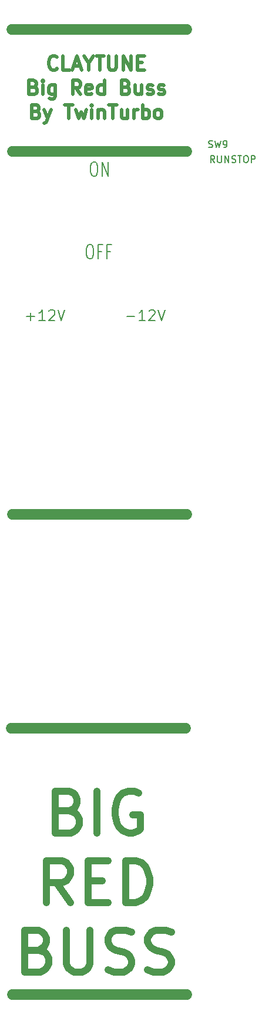
<source format=gbr>
G04 #@! TF.GenerationSoftware,KiCad,Pcbnew,(5.1.7)-1*
G04 #@! TF.CreationDate,2020-12-29T17:03:43+00:00*
G04 #@! TF.ProjectId,Panel,50616e65-6c2e-46b6-9963-61645f706362,rev?*
G04 #@! TF.SameCoordinates,Original*
G04 #@! TF.FileFunction,Legend,Top*
G04 #@! TF.FilePolarity,Positive*
%FSLAX46Y46*%
G04 Gerber Fmt 4.6, Leading zero omitted, Abs format (unit mm)*
G04 Created by KiCad (PCBNEW (5.1.7)-1) date 2020-12-29 17:03:43*
%MOMM*%
%LPD*%
G01*
G04 APERTURE LIST*
%ADD10C,1.500000*%
%ADD11C,0.500000*%
%ADD12C,1.000000*%
%ADD13C,0.150000*%
%ADD14C,0.200000*%
G04 APERTURE END LIST*
D10*
X79204000Y-98430000D02*
X104340000Y-98430000D01*
X79220000Y-167400000D02*
X104356000Y-167400000D01*
X79074000Y-129130000D02*
X104210000Y-129130000D01*
X79184000Y-46290000D02*
X104320000Y-46290000D01*
X79160000Y-28750000D02*
X104330000Y-28750000D01*
D11*
X85653333Y-34364285D02*
X85558095Y-34459523D01*
X85272380Y-34554761D01*
X85081904Y-34554761D01*
X84796190Y-34459523D01*
X84605714Y-34269047D01*
X84510476Y-34078571D01*
X84415238Y-33697619D01*
X84415238Y-33411904D01*
X84510476Y-33030952D01*
X84605714Y-32840476D01*
X84796190Y-32650000D01*
X85081904Y-32554761D01*
X85272380Y-32554761D01*
X85558095Y-32650000D01*
X85653333Y-32745238D01*
X87462857Y-34554761D02*
X86510476Y-34554761D01*
X86510476Y-32554761D01*
X88034285Y-33983333D02*
X88986666Y-33983333D01*
X87843809Y-34554761D02*
X88510476Y-32554761D01*
X89177142Y-34554761D01*
X90224761Y-33602380D02*
X90224761Y-34554761D01*
X89558095Y-32554761D02*
X90224761Y-33602380D01*
X90891428Y-32554761D01*
X91272380Y-32554761D02*
X92415238Y-32554761D01*
X91843809Y-34554761D02*
X91843809Y-32554761D01*
X93081904Y-32554761D02*
X93081904Y-34173809D01*
X93177142Y-34364285D01*
X93272380Y-34459523D01*
X93462857Y-34554761D01*
X93843809Y-34554761D01*
X94034285Y-34459523D01*
X94129523Y-34364285D01*
X94224761Y-34173809D01*
X94224761Y-32554761D01*
X95177142Y-34554761D02*
X95177142Y-32554761D01*
X96320000Y-34554761D01*
X96320000Y-32554761D01*
X97272380Y-33507142D02*
X97939047Y-33507142D01*
X98224761Y-34554761D02*
X97272380Y-34554761D01*
X97272380Y-32554761D01*
X98224761Y-32554761D01*
X82272380Y-37007142D02*
X82558095Y-37102380D01*
X82653333Y-37197619D01*
X82748571Y-37388095D01*
X82748571Y-37673809D01*
X82653333Y-37864285D01*
X82558095Y-37959523D01*
X82367619Y-38054761D01*
X81605714Y-38054761D01*
X81605714Y-36054761D01*
X82272380Y-36054761D01*
X82462857Y-36150000D01*
X82558095Y-36245238D01*
X82653333Y-36435714D01*
X82653333Y-36626190D01*
X82558095Y-36816666D01*
X82462857Y-36911904D01*
X82272380Y-37007142D01*
X81605714Y-37007142D01*
X83605714Y-38054761D02*
X83605714Y-36721428D01*
X83605714Y-36054761D02*
X83510476Y-36150000D01*
X83605714Y-36245238D01*
X83700952Y-36150000D01*
X83605714Y-36054761D01*
X83605714Y-36245238D01*
X85415238Y-36721428D02*
X85415238Y-38340476D01*
X85320000Y-38530952D01*
X85224761Y-38626190D01*
X85034285Y-38721428D01*
X84748571Y-38721428D01*
X84558095Y-38626190D01*
X85415238Y-37959523D02*
X85224761Y-38054761D01*
X84843809Y-38054761D01*
X84653333Y-37959523D01*
X84558095Y-37864285D01*
X84462857Y-37673809D01*
X84462857Y-37102380D01*
X84558095Y-36911904D01*
X84653333Y-36816666D01*
X84843809Y-36721428D01*
X85224761Y-36721428D01*
X85415238Y-36816666D01*
X89034285Y-38054761D02*
X88367619Y-37102380D01*
X87891428Y-38054761D02*
X87891428Y-36054761D01*
X88653333Y-36054761D01*
X88843809Y-36150000D01*
X88939047Y-36245238D01*
X89034285Y-36435714D01*
X89034285Y-36721428D01*
X88939047Y-36911904D01*
X88843809Y-37007142D01*
X88653333Y-37102380D01*
X87891428Y-37102380D01*
X90653333Y-37959523D02*
X90462857Y-38054761D01*
X90081904Y-38054761D01*
X89891428Y-37959523D01*
X89796190Y-37769047D01*
X89796190Y-37007142D01*
X89891428Y-36816666D01*
X90081904Y-36721428D01*
X90462857Y-36721428D01*
X90653333Y-36816666D01*
X90748571Y-37007142D01*
X90748571Y-37197619D01*
X89796190Y-37388095D01*
X92462857Y-38054761D02*
X92462857Y-36054761D01*
X92462857Y-37959523D02*
X92272380Y-38054761D01*
X91891428Y-38054761D01*
X91700952Y-37959523D01*
X91605714Y-37864285D01*
X91510476Y-37673809D01*
X91510476Y-37102380D01*
X91605714Y-36911904D01*
X91700952Y-36816666D01*
X91891428Y-36721428D01*
X92272380Y-36721428D01*
X92462857Y-36816666D01*
X95605714Y-37007142D02*
X95891428Y-37102380D01*
X95986666Y-37197619D01*
X96081904Y-37388095D01*
X96081904Y-37673809D01*
X95986666Y-37864285D01*
X95891428Y-37959523D01*
X95700952Y-38054761D01*
X94939047Y-38054761D01*
X94939047Y-36054761D01*
X95605714Y-36054761D01*
X95796190Y-36150000D01*
X95891428Y-36245238D01*
X95986666Y-36435714D01*
X95986666Y-36626190D01*
X95891428Y-36816666D01*
X95796190Y-36911904D01*
X95605714Y-37007142D01*
X94939047Y-37007142D01*
X97796190Y-36721428D02*
X97796190Y-38054761D01*
X96939047Y-36721428D02*
X96939047Y-37769047D01*
X97034285Y-37959523D01*
X97224761Y-38054761D01*
X97510476Y-38054761D01*
X97700952Y-37959523D01*
X97796190Y-37864285D01*
X98653333Y-37959523D02*
X98843809Y-38054761D01*
X99224761Y-38054761D01*
X99415238Y-37959523D01*
X99510476Y-37769047D01*
X99510476Y-37673809D01*
X99415238Y-37483333D01*
X99224761Y-37388095D01*
X98939047Y-37388095D01*
X98748571Y-37292857D01*
X98653333Y-37102380D01*
X98653333Y-37007142D01*
X98748571Y-36816666D01*
X98939047Y-36721428D01*
X99224761Y-36721428D01*
X99415238Y-36816666D01*
X100272380Y-37959523D02*
X100462857Y-38054761D01*
X100843809Y-38054761D01*
X101034285Y-37959523D01*
X101129523Y-37769047D01*
X101129523Y-37673809D01*
X101034285Y-37483333D01*
X100843809Y-37388095D01*
X100558095Y-37388095D01*
X100367619Y-37292857D01*
X100272380Y-37102380D01*
X100272380Y-37007142D01*
X100367619Y-36816666D01*
X100558095Y-36721428D01*
X100843809Y-36721428D01*
X101034285Y-36816666D01*
X82653333Y-40507142D02*
X82939047Y-40602380D01*
X83034285Y-40697619D01*
X83129523Y-40888095D01*
X83129523Y-41173809D01*
X83034285Y-41364285D01*
X82939047Y-41459523D01*
X82748571Y-41554761D01*
X81986666Y-41554761D01*
X81986666Y-39554761D01*
X82653333Y-39554761D01*
X82843809Y-39650000D01*
X82939047Y-39745238D01*
X83034285Y-39935714D01*
X83034285Y-40126190D01*
X82939047Y-40316666D01*
X82843809Y-40411904D01*
X82653333Y-40507142D01*
X81986666Y-40507142D01*
X83796190Y-40221428D02*
X84272380Y-41554761D01*
X84748571Y-40221428D02*
X84272380Y-41554761D01*
X84081904Y-42030952D01*
X83986666Y-42126190D01*
X83796190Y-42221428D01*
X86748571Y-39554761D02*
X87891428Y-39554761D01*
X87320000Y-41554761D02*
X87320000Y-39554761D01*
X88367619Y-40221428D02*
X88748571Y-41554761D01*
X89129523Y-40602380D01*
X89510476Y-41554761D01*
X89891428Y-40221428D01*
X90653333Y-41554761D02*
X90653333Y-40221428D01*
X90653333Y-39554761D02*
X90558095Y-39650000D01*
X90653333Y-39745238D01*
X90748571Y-39650000D01*
X90653333Y-39554761D01*
X90653333Y-39745238D01*
X91605714Y-40221428D02*
X91605714Y-41554761D01*
X91605714Y-40411904D02*
X91700952Y-40316666D01*
X91891428Y-40221428D01*
X92177142Y-40221428D01*
X92367619Y-40316666D01*
X92462857Y-40507142D01*
X92462857Y-41554761D01*
X93129523Y-39554761D02*
X94272380Y-39554761D01*
X93700952Y-41554761D02*
X93700952Y-39554761D01*
X95796190Y-40221428D02*
X95796190Y-41554761D01*
X94939047Y-40221428D02*
X94939047Y-41269047D01*
X95034285Y-41459523D01*
X95224761Y-41554761D01*
X95510476Y-41554761D01*
X95700952Y-41459523D01*
X95796190Y-41364285D01*
X96748571Y-41554761D02*
X96748571Y-40221428D01*
X96748571Y-40602380D02*
X96843809Y-40411904D01*
X96939047Y-40316666D01*
X97129523Y-40221428D01*
X97320000Y-40221428D01*
X97986666Y-41554761D02*
X97986666Y-39554761D01*
X97986666Y-40316666D02*
X98177142Y-40221428D01*
X98558095Y-40221428D01*
X98748571Y-40316666D01*
X98843809Y-40411904D01*
X98939047Y-40602380D01*
X98939047Y-41173809D01*
X98843809Y-41364285D01*
X98748571Y-41459523D01*
X98558095Y-41554761D01*
X98177142Y-41554761D01*
X97986666Y-41459523D01*
X100081904Y-41554761D02*
X99891428Y-41459523D01*
X99796190Y-41364285D01*
X99700952Y-41173809D01*
X99700952Y-40602380D01*
X99796190Y-40411904D01*
X99891428Y-40316666D01*
X100081904Y-40221428D01*
X100367619Y-40221428D01*
X100558095Y-40316666D01*
X100653333Y-40411904D01*
X100748571Y-40602380D01*
X100748571Y-41173809D01*
X100653333Y-41364285D01*
X100558095Y-41459523D01*
X100367619Y-41554761D01*
X100081904Y-41554761D01*
D12*
X87410000Y-141041428D02*
X88267142Y-141327142D01*
X88552857Y-141612857D01*
X88838571Y-142184285D01*
X88838571Y-143041428D01*
X88552857Y-143612857D01*
X88267142Y-143898571D01*
X87695714Y-144184285D01*
X85410000Y-144184285D01*
X85410000Y-138184285D01*
X87410000Y-138184285D01*
X87981428Y-138470000D01*
X88267142Y-138755714D01*
X88552857Y-139327142D01*
X88552857Y-139898571D01*
X88267142Y-140470000D01*
X87981428Y-140755714D01*
X87410000Y-141041428D01*
X85410000Y-141041428D01*
X91410000Y-144184285D02*
X91410000Y-138184285D01*
X97410000Y-138470000D02*
X96838571Y-138184285D01*
X95981428Y-138184285D01*
X95124285Y-138470000D01*
X94552857Y-139041428D01*
X94267142Y-139612857D01*
X93981428Y-140755714D01*
X93981428Y-141612857D01*
X94267142Y-142755714D01*
X94552857Y-143327142D01*
X95124285Y-143898571D01*
X95981428Y-144184285D01*
X96552857Y-144184285D01*
X97410000Y-143898571D01*
X97695714Y-143612857D01*
X97695714Y-141612857D01*
X96552857Y-141612857D01*
X87552857Y-154184285D02*
X85552857Y-151327142D01*
X84124285Y-154184285D02*
X84124285Y-148184285D01*
X86410000Y-148184285D01*
X86981428Y-148470000D01*
X87267142Y-148755714D01*
X87552857Y-149327142D01*
X87552857Y-150184285D01*
X87267142Y-150755714D01*
X86981428Y-151041428D01*
X86410000Y-151327142D01*
X84124285Y-151327142D01*
X90124285Y-151041428D02*
X92124285Y-151041428D01*
X92981428Y-154184285D02*
X90124285Y-154184285D01*
X90124285Y-148184285D01*
X92981428Y-148184285D01*
X95552857Y-154184285D02*
X95552857Y-148184285D01*
X96981428Y-148184285D01*
X97838571Y-148470000D01*
X98410000Y-149041428D01*
X98695714Y-149612857D01*
X98981428Y-150755714D01*
X98981428Y-151612857D01*
X98695714Y-152755714D01*
X98410000Y-153327142D01*
X97838571Y-153898571D01*
X96981428Y-154184285D01*
X95552857Y-154184285D01*
X82981428Y-161041428D02*
X83838571Y-161327142D01*
X84124285Y-161612857D01*
X84409999Y-162184285D01*
X84409999Y-163041428D01*
X84124285Y-163612857D01*
X83838571Y-163898571D01*
X83267142Y-164184285D01*
X80981428Y-164184285D01*
X80981428Y-158184285D01*
X82981428Y-158184285D01*
X83552857Y-158470000D01*
X83838571Y-158755714D01*
X84124285Y-159327142D01*
X84124285Y-159898571D01*
X83838571Y-160470000D01*
X83552857Y-160755714D01*
X82981428Y-161041428D01*
X80981428Y-161041428D01*
X86981428Y-158184285D02*
X86981428Y-163041428D01*
X87267142Y-163612857D01*
X87552857Y-163898571D01*
X88124285Y-164184285D01*
X89267142Y-164184285D01*
X89838571Y-163898571D01*
X90124285Y-163612857D01*
X90409999Y-163041428D01*
X90409999Y-158184285D01*
X92981428Y-163898571D02*
X93838571Y-164184285D01*
X95267142Y-164184285D01*
X95838571Y-163898571D01*
X96124285Y-163612857D01*
X96409999Y-163041428D01*
X96409999Y-162470000D01*
X96124285Y-161898571D01*
X95838571Y-161612857D01*
X95267142Y-161327142D01*
X94124285Y-161041428D01*
X93552857Y-160755714D01*
X93267142Y-160470000D01*
X92981428Y-159898571D01*
X92981428Y-159327142D01*
X93267142Y-158755714D01*
X93552857Y-158470000D01*
X94124285Y-158184285D01*
X95552857Y-158184285D01*
X96409999Y-158470000D01*
X98695714Y-163898571D02*
X99552857Y-164184285D01*
X100981428Y-164184285D01*
X101552857Y-163898571D01*
X101838571Y-163612857D01*
X102124285Y-163041428D01*
X102124285Y-162470000D01*
X101838571Y-161898571D01*
X101552857Y-161612857D01*
X100981428Y-161327142D01*
X99838571Y-161041428D01*
X99267142Y-160755714D01*
X98981428Y-160470000D01*
X98695714Y-159898571D01*
X98695714Y-159327142D01*
X98981428Y-158755714D01*
X99267142Y-158470000D01*
X99838571Y-158184285D01*
X101267142Y-158184285D01*
X102124285Y-158470000D01*
D13*
X90261428Y-59664761D02*
X90547142Y-59664761D01*
X90690000Y-59760000D01*
X90832857Y-59950476D01*
X90904285Y-60331428D01*
X90904285Y-60998095D01*
X90832857Y-61379047D01*
X90690000Y-61569523D01*
X90547142Y-61664761D01*
X90261428Y-61664761D01*
X90118571Y-61569523D01*
X89975714Y-61379047D01*
X89904285Y-60998095D01*
X89904285Y-60331428D01*
X89975714Y-59950476D01*
X90118571Y-59760000D01*
X90261428Y-59664761D01*
X92047142Y-60617142D02*
X91547142Y-60617142D01*
X91547142Y-61664761D02*
X91547142Y-59664761D01*
X92261428Y-59664761D01*
X93332857Y-60617142D02*
X92832857Y-60617142D01*
X92832857Y-61664761D02*
X92832857Y-59664761D01*
X93547142Y-59664761D01*
X90861428Y-47794761D02*
X91147142Y-47794761D01*
X91290000Y-47890000D01*
X91432857Y-48080476D01*
X91504285Y-48461428D01*
X91504285Y-49128095D01*
X91432857Y-49509047D01*
X91290000Y-49699523D01*
X91147142Y-49794761D01*
X90861428Y-49794761D01*
X90718571Y-49699523D01*
X90575714Y-49509047D01*
X90504285Y-49128095D01*
X90504285Y-48461428D01*
X90575714Y-48080476D01*
X90718571Y-47890000D01*
X90861428Y-47794761D01*
X92147142Y-49794761D02*
X92147142Y-47794761D01*
X93004285Y-49794761D01*
X93004285Y-47794761D01*
X107476666Y-45664761D02*
X107619523Y-45712380D01*
X107857619Y-45712380D01*
X107952857Y-45664761D01*
X108000476Y-45617142D01*
X108048095Y-45521904D01*
X108048095Y-45426666D01*
X108000476Y-45331428D01*
X107952857Y-45283809D01*
X107857619Y-45236190D01*
X107667142Y-45188571D01*
X107571904Y-45140952D01*
X107524285Y-45093333D01*
X107476666Y-44998095D01*
X107476666Y-44902857D01*
X107524285Y-44807619D01*
X107571904Y-44760000D01*
X107667142Y-44712380D01*
X107905238Y-44712380D01*
X108048095Y-44760000D01*
X108381428Y-44712380D02*
X108619523Y-45712380D01*
X108810000Y-44998095D01*
X109000476Y-45712380D01*
X109238571Y-44712380D01*
X109667142Y-45712380D02*
X109857619Y-45712380D01*
X109952857Y-45664761D01*
X110000476Y-45617142D01*
X110095714Y-45474285D01*
X110143333Y-45283809D01*
X110143333Y-44902857D01*
X110095714Y-44807619D01*
X110048095Y-44760000D01*
X109952857Y-44712380D01*
X109762380Y-44712380D01*
X109667142Y-44760000D01*
X109619523Y-44807619D01*
X109571904Y-44902857D01*
X109571904Y-45140952D01*
X109619523Y-45236190D01*
X109667142Y-45283809D01*
X109762380Y-45331428D01*
X109952857Y-45331428D01*
X110048095Y-45283809D01*
X110095714Y-45236190D01*
X110143333Y-45140952D01*
X108350952Y-47862380D02*
X108017619Y-47386190D01*
X107779523Y-47862380D02*
X107779523Y-46862380D01*
X108160476Y-46862380D01*
X108255714Y-46910000D01*
X108303333Y-46957619D01*
X108350952Y-47052857D01*
X108350952Y-47195714D01*
X108303333Y-47290952D01*
X108255714Y-47338571D01*
X108160476Y-47386190D01*
X107779523Y-47386190D01*
X108779523Y-46862380D02*
X108779523Y-47671904D01*
X108827142Y-47767142D01*
X108874761Y-47814761D01*
X108970000Y-47862380D01*
X109160476Y-47862380D01*
X109255714Y-47814761D01*
X109303333Y-47767142D01*
X109350952Y-47671904D01*
X109350952Y-46862380D01*
X109827142Y-47862380D02*
X109827142Y-46862380D01*
X110398571Y-47862380D01*
X110398571Y-46862380D01*
X110827142Y-47814761D02*
X110970000Y-47862380D01*
X111208095Y-47862380D01*
X111303333Y-47814761D01*
X111350952Y-47767142D01*
X111398571Y-47671904D01*
X111398571Y-47576666D01*
X111350952Y-47481428D01*
X111303333Y-47433809D01*
X111208095Y-47386190D01*
X111017619Y-47338571D01*
X110922380Y-47290952D01*
X110874761Y-47243333D01*
X110827142Y-47148095D01*
X110827142Y-47052857D01*
X110874761Y-46957619D01*
X110922380Y-46910000D01*
X111017619Y-46862380D01*
X111255714Y-46862380D01*
X111398571Y-46910000D01*
X111684285Y-46862380D02*
X112255714Y-46862380D01*
X111970000Y-47862380D02*
X111970000Y-46862380D01*
X112779523Y-46862380D02*
X112970000Y-46862380D01*
X113065238Y-46910000D01*
X113160476Y-47005238D01*
X113208095Y-47195714D01*
X113208095Y-47529047D01*
X113160476Y-47719523D01*
X113065238Y-47814761D01*
X112970000Y-47862380D01*
X112779523Y-47862380D01*
X112684285Y-47814761D01*
X112589047Y-47719523D01*
X112541428Y-47529047D01*
X112541428Y-47195714D01*
X112589047Y-47005238D01*
X112684285Y-46910000D01*
X112779523Y-46862380D01*
X113636666Y-47862380D02*
X113636666Y-46862380D01*
X114017619Y-46862380D01*
X114112857Y-46910000D01*
X114160476Y-46957619D01*
X114208095Y-47052857D01*
X114208095Y-47195714D01*
X114160476Y-47290952D01*
X114112857Y-47338571D01*
X114017619Y-47386190D01*
X113636666Y-47386190D01*
D14*
X81267142Y-69997142D02*
X82410000Y-69997142D01*
X81838571Y-70568571D02*
X81838571Y-69425714D01*
X83910000Y-70568571D02*
X83052857Y-70568571D01*
X83481428Y-70568571D02*
X83481428Y-69068571D01*
X83338571Y-69282857D01*
X83195714Y-69425714D01*
X83052857Y-69497142D01*
X84481428Y-69211428D02*
X84552857Y-69140000D01*
X84695714Y-69068571D01*
X85052857Y-69068571D01*
X85195714Y-69140000D01*
X85267142Y-69211428D01*
X85338571Y-69354285D01*
X85338571Y-69497142D01*
X85267142Y-69711428D01*
X84410000Y-70568571D01*
X85338571Y-70568571D01*
X85767142Y-69068571D02*
X86267142Y-70568571D01*
X86767142Y-69068571D01*
X95707142Y-69957142D02*
X96850000Y-69957142D01*
X98350000Y-70528571D02*
X97492857Y-70528571D01*
X97921428Y-70528571D02*
X97921428Y-69028571D01*
X97778571Y-69242857D01*
X97635714Y-69385714D01*
X97492857Y-69457142D01*
X98921428Y-69171428D02*
X98992857Y-69100000D01*
X99135714Y-69028571D01*
X99492857Y-69028571D01*
X99635714Y-69100000D01*
X99707142Y-69171428D01*
X99778571Y-69314285D01*
X99778571Y-69457142D01*
X99707142Y-69671428D01*
X98850000Y-70528571D01*
X99778571Y-70528571D01*
X100207142Y-69028571D02*
X100707142Y-70528571D01*
X101207142Y-69028571D01*
M02*

</source>
